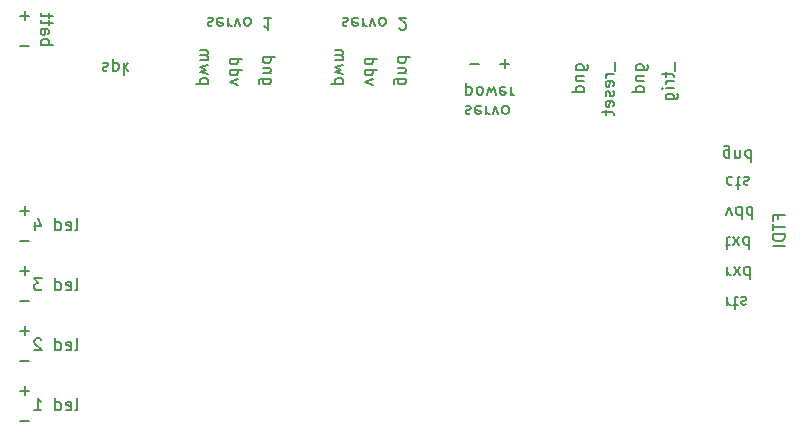
<source format=gbo>
G04 #@! TF.GenerationSoftware,KiCad,Pcbnew,8.0.9-8.0.9-0~ubuntu22.04.1*
G04 #@! TF.CreationDate,2025-03-10T17:04:53-04:00*
G04 #@! TF.ProjectId,sfx-202502,7366782d-3230-4323-9530-322e6b696361,rev?*
G04 #@! TF.SameCoordinates,Original*
G04 #@! TF.FileFunction,Legend,Bot*
G04 #@! TF.FilePolarity,Positive*
%FSLAX46Y46*%
G04 Gerber Fmt 4.6, Leading zero omitted, Abs format (unit mm)*
G04 Created by KiCad (PCBNEW 8.0.9-8.0.9-0~ubuntu22.04.1) date 2025-03-10 17:04:53*
%MOMM*%
%LPD*%
G01*
G04 APERTURE LIST*
%ADD10C,0.152400*%
%ADD11R,1.700000X1.700000*%
%ADD12O,1.700000X1.700000*%
%ADD13R,2.100000X2.100000*%
%ADD14C,2.100000*%
%ADD15C,3.500000*%
%ADD16C,1.778000*%
%ADD17C,1.700000*%
G04 APERTURE END LIST*
D10*
X123083689Y-74670735D02*
X123180451Y-74622355D01*
X123180451Y-74622355D02*
X123228832Y-74525593D01*
X123228832Y-74525593D02*
X123228832Y-73654735D01*
X122309594Y-74622355D02*
X122406356Y-74670735D01*
X122406356Y-74670735D02*
X122599880Y-74670735D01*
X122599880Y-74670735D02*
X122696642Y-74622355D01*
X122696642Y-74622355D02*
X122745023Y-74525593D01*
X122745023Y-74525593D02*
X122745023Y-74138545D01*
X122745023Y-74138545D02*
X122696642Y-74041783D01*
X122696642Y-74041783D02*
X122599880Y-73993402D01*
X122599880Y-73993402D02*
X122406356Y-73993402D01*
X122406356Y-73993402D02*
X122309594Y-74041783D01*
X122309594Y-74041783D02*
X122261213Y-74138545D01*
X122261213Y-74138545D02*
X122261213Y-74235307D01*
X122261213Y-74235307D02*
X122745023Y-74332069D01*
X121390356Y-74670735D02*
X121390356Y-73654735D01*
X121390356Y-74622355D02*
X121487118Y-74670735D01*
X121487118Y-74670735D02*
X121680642Y-74670735D01*
X121680642Y-74670735D02*
X121777404Y-74622355D01*
X121777404Y-74622355D02*
X121825785Y-74573974D01*
X121825785Y-74573974D02*
X121874166Y-74477212D01*
X121874166Y-74477212D02*
X121874166Y-74186926D01*
X121874166Y-74186926D02*
X121825785Y-74090164D01*
X121825785Y-74090164D02*
X121777404Y-74041783D01*
X121777404Y-74041783D02*
X121680642Y-73993402D01*
X121680642Y-73993402D02*
X121487118Y-73993402D01*
X121487118Y-73993402D02*
X121390356Y-74041783D01*
X120229214Y-73654735D02*
X119600261Y-73654735D01*
X119600261Y-73654735D02*
X119938928Y-74041783D01*
X119938928Y-74041783D02*
X119793785Y-74041783D01*
X119793785Y-74041783D02*
X119697023Y-74090164D01*
X119697023Y-74090164D02*
X119648642Y-74138545D01*
X119648642Y-74138545D02*
X119600261Y-74235307D01*
X119600261Y-74235307D02*
X119600261Y-74477212D01*
X119600261Y-74477212D02*
X119648642Y-74573974D01*
X119648642Y-74573974D02*
X119697023Y-74622355D01*
X119697023Y-74622355D02*
X119793785Y-74670735D01*
X119793785Y-74670735D02*
X120084071Y-74670735D01*
X120084071Y-74670735D02*
X120180833Y-74622355D01*
X120180833Y-74622355D02*
X120229214Y-74573974D01*
X173827497Y-55345263D02*
X173827497Y-56119358D01*
X173053402Y-56216119D02*
X173053402Y-56603167D01*
X172714735Y-56361262D02*
X173585593Y-56361262D01*
X173585593Y-56361262D02*
X173682355Y-56409643D01*
X173682355Y-56409643D02*
X173730735Y-56506405D01*
X173730735Y-56506405D02*
X173730735Y-56603167D01*
X173730735Y-56941833D02*
X173053402Y-56941833D01*
X173246926Y-56941833D02*
X173150164Y-56990214D01*
X173150164Y-56990214D02*
X173101783Y-57038595D01*
X173101783Y-57038595D02*
X173053402Y-57135357D01*
X173053402Y-57135357D02*
X173053402Y-57232119D01*
X173730735Y-57570785D02*
X173053402Y-57570785D01*
X172714735Y-57570785D02*
X172763116Y-57522404D01*
X172763116Y-57522404D02*
X172811497Y-57570785D01*
X172811497Y-57570785D02*
X172763116Y-57619166D01*
X172763116Y-57619166D02*
X172714735Y-57570785D01*
X172714735Y-57570785D02*
X172811497Y-57570785D01*
X173053402Y-58490024D02*
X173875878Y-58490024D01*
X173875878Y-58490024D02*
X173972640Y-58441643D01*
X173972640Y-58441643D02*
X174021021Y-58393262D01*
X174021021Y-58393262D02*
X174069402Y-58296500D01*
X174069402Y-58296500D02*
X174069402Y-58151357D01*
X174069402Y-58151357D02*
X174021021Y-58054595D01*
X173682355Y-58490024D02*
X173730735Y-58393262D01*
X173730735Y-58393262D02*
X173730735Y-58199738D01*
X173730735Y-58199738D02*
X173682355Y-58102976D01*
X173682355Y-58102976D02*
X173633974Y-58054595D01*
X173633974Y-58054595D02*
X173537212Y-58006214D01*
X173537212Y-58006214D02*
X173246926Y-58006214D01*
X173246926Y-58006214D02*
X173150164Y-58054595D01*
X173150164Y-58054595D02*
X173101783Y-58102976D01*
X173101783Y-58102976D02*
X173053402Y-58199738D01*
X173053402Y-58199738D02*
X173053402Y-58393262D01*
X173053402Y-58393262D02*
X173101783Y-58490024D01*
X119164832Y-73013688D02*
X118390737Y-73013688D01*
X118777784Y-73400735D02*
X118777784Y-72626640D01*
X182596545Y-68625834D02*
X182596545Y-68287167D01*
X183128735Y-68287167D02*
X182112735Y-68287167D01*
X182112735Y-68287167D02*
X182112735Y-68770977D01*
X182112735Y-69012881D02*
X182112735Y-69593453D01*
X183128735Y-69303167D02*
X182112735Y-69303167D01*
X183128735Y-69932119D02*
X182112735Y-69932119D01*
X182112735Y-69932119D02*
X182112735Y-70174024D01*
X182112735Y-70174024D02*
X182161116Y-70319167D01*
X182161116Y-70319167D02*
X182257878Y-70415929D01*
X182257878Y-70415929D02*
X182354640Y-70464310D01*
X182354640Y-70464310D02*
X182548164Y-70512691D01*
X182548164Y-70512691D02*
X182693307Y-70512691D01*
X182693307Y-70512691D02*
X182886831Y-70464310D01*
X182886831Y-70464310D02*
X182983593Y-70415929D01*
X182983593Y-70415929D02*
X183080355Y-70319167D01*
X183080355Y-70319167D02*
X183128735Y-70174024D01*
X183128735Y-70174024D02*
X183128735Y-69932119D01*
X183128735Y-70948119D02*
X182112735Y-70948119D01*
X148256597Y-57285594D02*
X147579264Y-57043689D01*
X147579264Y-57043689D02*
X148256597Y-56801784D01*
X147579264Y-55979308D02*
X148595264Y-55979308D01*
X147627645Y-55979308D02*
X147579264Y-56076070D01*
X147579264Y-56076070D02*
X147579264Y-56269594D01*
X147579264Y-56269594D02*
X147627645Y-56366356D01*
X147627645Y-56366356D02*
X147676025Y-56414737D01*
X147676025Y-56414737D02*
X147772787Y-56463118D01*
X147772787Y-56463118D02*
X148063073Y-56463118D01*
X148063073Y-56463118D02*
X148159835Y-56414737D01*
X148159835Y-56414737D02*
X148208216Y-56366356D01*
X148208216Y-56366356D02*
X148256597Y-56269594D01*
X148256597Y-56269594D02*
X148256597Y-56076070D01*
X148256597Y-56076070D02*
X148208216Y-55979308D01*
X147579264Y-55060070D02*
X148595264Y-55060070D01*
X147627645Y-55060070D02*
X147579264Y-55156832D01*
X147579264Y-55156832D02*
X147579264Y-55350356D01*
X147579264Y-55350356D02*
X147627645Y-55447118D01*
X147627645Y-55447118D02*
X147676025Y-55495499D01*
X147676025Y-55495499D02*
X147772787Y-55543880D01*
X147772787Y-55543880D02*
X148063073Y-55543880D01*
X148063073Y-55543880D02*
X148159835Y-55495499D01*
X148159835Y-55495499D02*
X148208216Y-55447118D01*
X148208216Y-55447118D02*
X148256597Y-55350356D01*
X148256597Y-55350356D02*
X148256597Y-55156832D01*
X148256597Y-55156832D02*
X148208216Y-55060070D01*
X134286597Y-57188832D02*
X133270597Y-57188832D01*
X134238216Y-57188832D02*
X134286597Y-57092070D01*
X134286597Y-57092070D02*
X134286597Y-56898546D01*
X134286597Y-56898546D02*
X134238216Y-56801784D01*
X134238216Y-56801784D02*
X134189835Y-56753403D01*
X134189835Y-56753403D02*
X134093073Y-56705022D01*
X134093073Y-56705022D02*
X133802787Y-56705022D01*
X133802787Y-56705022D02*
X133706025Y-56753403D01*
X133706025Y-56753403D02*
X133657645Y-56801784D01*
X133657645Y-56801784D02*
X133609264Y-56898546D01*
X133609264Y-56898546D02*
X133609264Y-57092070D01*
X133609264Y-57092070D02*
X133657645Y-57188832D01*
X134286597Y-56366356D02*
X133609264Y-56172832D01*
X133609264Y-56172832D02*
X134093073Y-55979308D01*
X134093073Y-55979308D02*
X133609264Y-55785784D01*
X133609264Y-55785784D02*
X134286597Y-55592260D01*
X133609264Y-55205213D02*
X134286597Y-55205213D01*
X134189835Y-55205213D02*
X134238216Y-55156832D01*
X134238216Y-55156832D02*
X134286597Y-55060070D01*
X134286597Y-55060070D02*
X134286597Y-54914927D01*
X134286597Y-54914927D02*
X134238216Y-54818165D01*
X134238216Y-54818165D02*
X134141454Y-54769784D01*
X134141454Y-54769784D02*
X133609264Y-54769784D01*
X134141454Y-54769784D02*
X134238216Y-54721403D01*
X134238216Y-54721403D02*
X134286597Y-54624641D01*
X134286597Y-54624641D02*
X134286597Y-54479498D01*
X134286597Y-54479498D02*
X134238216Y-54382737D01*
X134238216Y-54382737D02*
X134141454Y-54334356D01*
X134141454Y-54334356D02*
X133609264Y-54334356D01*
X159804832Y-55487688D02*
X159030737Y-55487688D01*
X159417784Y-55874735D02*
X159417784Y-55100640D01*
X136826597Y-57285594D02*
X136149264Y-57043689D01*
X136149264Y-57043689D02*
X136826597Y-56801784D01*
X136149264Y-55979308D02*
X137165264Y-55979308D01*
X136197645Y-55979308D02*
X136149264Y-56076070D01*
X136149264Y-56076070D02*
X136149264Y-56269594D01*
X136149264Y-56269594D02*
X136197645Y-56366356D01*
X136197645Y-56366356D02*
X136246025Y-56414737D01*
X136246025Y-56414737D02*
X136342787Y-56463118D01*
X136342787Y-56463118D02*
X136633073Y-56463118D01*
X136633073Y-56463118D02*
X136729835Y-56414737D01*
X136729835Y-56414737D02*
X136778216Y-56366356D01*
X136778216Y-56366356D02*
X136826597Y-56269594D01*
X136826597Y-56269594D02*
X136826597Y-56076070D01*
X136826597Y-56076070D02*
X136778216Y-55979308D01*
X136149264Y-55060070D02*
X137165264Y-55060070D01*
X136197645Y-55060070D02*
X136149264Y-55156832D01*
X136149264Y-55156832D02*
X136149264Y-55350356D01*
X136149264Y-55350356D02*
X136197645Y-55447118D01*
X136197645Y-55447118D02*
X136246025Y-55495499D01*
X136246025Y-55495499D02*
X136342787Y-55543880D01*
X136342787Y-55543880D02*
X136633073Y-55543880D01*
X136633073Y-55543880D02*
X136729835Y-55495499D01*
X136729835Y-55495499D02*
X136778216Y-55447118D01*
X136778216Y-55447118D02*
X136826597Y-55350356D01*
X136826597Y-55350356D02*
X136826597Y-55156832D01*
X136826597Y-55156832D02*
X136778216Y-55060070D01*
X178124024Y-70786597D02*
X178511072Y-70786597D01*
X178269167Y-71125264D02*
X178269167Y-70254406D01*
X178269167Y-70254406D02*
X178317548Y-70157645D01*
X178317548Y-70157645D02*
X178414310Y-70109264D01*
X178414310Y-70109264D02*
X178511072Y-70109264D01*
X178752976Y-70109264D02*
X179285167Y-70786597D01*
X178752976Y-70786597D02*
X179285167Y-70109264D01*
X180107643Y-70109264D02*
X180107643Y-71125264D01*
X180107643Y-70157645D02*
X180010881Y-70109264D01*
X180010881Y-70109264D02*
X179817357Y-70109264D01*
X179817357Y-70109264D02*
X179720595Y-70157645D01*
X179720595Y-70157645D02*
X179672214Y-70206025D01*
X179672214Y-70206025D02*
X179623833Y-70302787D01*
X179623833Y-70302787D02*
X179623833Y-70593073D01*
X179623833Y-70593073D02*
X179672214Y-70689835D01*
X179672214Y-70689835D02*
X179720595Y-70738216D01*
X179720595Y-70738216D02*
X179817357Y-70786597D01*
X179817357Y-70786597D02*
X180010881Y-70786597D01*
X180010881Y-70786597D02*
X180107643Y-70738216D01*
X119164832Y-75553688D02*
X118390737Y-75553688D01*
X123083689Y-79750735D02*
X123180451Y-79702355D01*
X123180451Y-79702355D02*
X123228832Y-79605593D01*
X123228832Y-79605593D02*
X123228832Y-78734735D01*
X122309594Y-79702355D02*
X122406356Y-79750735D01*
X122406356Y-79750735D02*
X122599880Y-79750735D01*
X122599880Y-79750735D02*
X122696642Y-79702355D01*
X122696642Y-79702355D02*
X122745023Y-79605593D01*
X122745023Y-79605593D02*
X122745023Y-79218545D01*
X122745023Y-79218545D02*
X122696642Y-79121783D01*
X122696642Y-79121783D02*
X122599880Y-79073402D01*
X122599880Y-79073402D02*
X122406356Y-79073402D01*
X122406356Y-79073402D02*
X122309594Y-79121783D01*
X122309594Y-79121783D02*
X122261213Y-79218545D01*
X122261213Y-79218545D02*
X122261213Y-79315307D01*
X122261213Y-79315307D02*
X122745023Y-79412069D01*
X121390356Y-79750735D02*
X121390356Y-78734735D01*
X121390356Y-79702355D02*
X121487118Y-79750735D01*
X121487118Y-79750735D02*
X121680642Y-79750735D01*
X121680642Y-79750735D02*
X121777404Y-79702355D01*
X121777404Y-79702355D02*
X121825785Y-79653974D01*
X121825785Y-79653974D02*
X121874166Y-79557212D01*
X121874166Y-79557212D02*
X121874166Y-79266926D01*
X121874166Y-79266926D02*
X121825785Y-79170164D01*
X121825785Y-79170164D02*
X121777404Y-79121783D01*
X121777404Y-79121783D02*
X121680642Y-79073402D01*
X121680642Y-79073402D02*
X121487118Y-79073402D01*
X121487118Y-79073402D02*
X121390356Y-79121783D01*
X120180833Y-78831497D02*
X120132452Y-78783116D01*
X120132452Y-78783116D02*
X120035690Y-78734735D01*
X120035690Y-78734735D02*
X119793785Y-78734735D01*
X119793785Y-78734735D02*
X119697023Y-78783116D01*
X119697023Y-78783116D02*
X119648642Y-78831497D01*
X119648642Y-78831497D02*
X119600261Y-78928259D01*
X119600261Y-78928259D02*
X119600261Y-79025021D01*
X119600261Y-79025021D02*
X119648642Y-79170164D01*
X119648642Y-79170164D02*
X120229214Y-79750735D01*
X120229214Y-79750735D02*
X119600261Y-79750735D01*
X119164832Y-78093688D02*
X118390737Y-78093688D01*
X118777784Y-78480735D02*
X118777784Y-77706640D01*
X145708786Y-51615645D02*
X145805548Y-51567264D01*
X145805548Y-51567264D02*
X145999072Y-51567264D01*
X145999072Y-51567264D02*
X146095834Y-51615645D01*
X146095834Y-51615645D02*
X146144215Y-51712406D01*
X146144215Y-51712406D02*
X146144215Y-51760787D01*
X146144215Y-51760787D02*
X146095834Y-51857549D01*
X146095834Y-51857549D02*
X145999072Y-51905930D01*
X145999072Y-51905930D02*
X145853929Y-51905930D01*
X145853929Y-51905930D02*
X145757167Y-51954311D01*
X145757167Y-51954311D02*
X145708786Y-52051073D01*
X145708786Y-52051073D02*
X145708786Y-52099454D01*
X145708786Y-52099454D02*
X145757167Y-52196216D01*
X145757167Y-52196216D02*
X145853929Y-52244597D01*
X145853929Y-52244597D02*
X145999072Y-52244597D01*
X145999072Y-52244597D02*
X146095834Y-52196216D01*
X146966691Y-51615645D02*
X146869929Y-51567264D01*
X146869929Y-51567264D02*
X146676405Y-51567264D01*
X146676405Y-51567264D02*
X146579643Y-51615645D01*
X146579643Y-51615645D02*
X146531262Y-51712406D01*
X146531262Y-51712406D02*
X146531262Y-52099454D01*
X146531262Y-52099454D02*
X146579643Y-52196216D01*
X146579643Y-52196216D02*
X146676405Y-52244597D01*
X146676405Y-52244597D02*
X146869929Y-52244597D01*
X146869929Y-52244597D02*
X146966691Y-52196216D01*
X146966691Y-52196216D02*
X147015072Y-52099454D01*
X147015072Y-52099454D02*
X147015072Y-52002692D01*
X147015072Y-52002692D02*
X146531262Y-51905930D01*
X147450500Y-51567264D02*
X147450500Y-52244597D01*
X147450500Y-52051073D02*
X147498881Y-52147835D01*
X147498881Y-52147835D02*
X147547262Y-52196216D01*
X147547262Y-52196216D02*
X147644024Y-52244597D01*
X147644024Y-52244597D02*
X147740786Y-52244597D01*
X147982690Y-52244597D02*
X148224595Y-51567264D01*
X148224595Y-51567264D02*
X148466500Y-52244597D01*
X148998690Y-51567264D02*
X148901928Y-51615645D01*
X148901928Y-51615645D02*
X148853547Y-51664025D01*
X148853547Y-51664025D02*
X148805166Y-51760787D01*
X148805166Y-51760787D02*
X148805166Y-52051073D01*
X148805166Y-52051073D02*
X148853547Y-52147835D01*
X148853547Y-52147835D02*
X148901928Y-52196216D01*
X148901928Y-52196216D02*
X148998690Y-52244597D01*
X148998690Y-52244597D02*
X149143833Y-52244597D01*
X149143833Y-52244597D02*
X149240595Y-52196216D01*
X149240595Y-52196216D02*
X149288976Y-52147835D01*
X149288976Y-52147835D02*
X149337357Y-52051073D01*
X149337357Y-52051073D02*
X149337357Y-51760787D01*
X149337357Y-51760787D02*
X149288976Y-51664025D01*
X149288976Y-51664025D02*
X149240595Y-51615645D01*
X149240595Y-51615645D02*
X149143833Y-51567264D01*
X149143833Y-51567264D02*
X148998690Y-51567264D01*
X150498499Y-52486502D02*
X150546880Y-52534883D01*
X150546880Y-52534883D02*
X150643642Y-52583264D01*
X150643642Y-52583264D02*
X150885547Y-52583264D01*
X150885547Y-52583264D02*
X150982309Y-52534883D01*
X150982309Y-52534883D02*
X151030690Y-52486502D01*
X151030690Y-52486502D02*
X151079071Y-52389740D01*
X151079071Y-52389740D02*
X151079071Y-52292978D01*
X151079071Y-52292978D02*
X151030690Y-52147835D01*
X151030690Y-52147835D02*
X150450118Y-51567264D01*
X150450118Y-51567264D02*
X151079071Y-51567264D01*
X170513402Y-56022596D02*
X171335878Y-56022596D01*
X171335878Y-56022596D02*
X171432640Y-55974215D01*
X171432640Y-55974215D02*
X171481021Y-55925834D01*
X171481021Y-55925834D02*
X171529402Y-55829072D01*
X171529402Y-55829072D02*
X171529402Y-55683929D01*
X171529402Y-55683929D02*
X171481021Y-55587167D01*
X171142355Y-56022596D02*
X171190735Y-55925834D01*
X171190735Y-55925834D02*
X171190735Y-55732310D01*
X171190735Y-55732310D02*
X171142355Y-55635548D01*
X171142355Y-55635548D02*
X171093974Y-55587167D01*
X171093974Y-55587167D02*
X170997212Y-55538786D01*
X170997212Y-55538786D02*
X170706926Y-55538786D01*
X170706926Y-55538786D02*
X170610164Y-55587167D01*
X170610164Y-55587167D02*
X170561783Y-55635548D01*
X170561783Y-55635548D02*
X170513402Y-55732310D01*
X170513402Y-55732310D02*
X170513402Y-55925834D01*
X170513402Y-55925834D02*
X170561783Y-56022596D01*
X170513402Y-56506405D02*
X171190735Y-56506405D01*
X170610164Y-56506405D02*
X170561783Y-56554786D01*
X170561783Y-56554786D02*
X170513402Y-56651548D01*
X170513402Y-56651548D02*
X170513402Y-56796691D01*
X170513402Y-56796691D02*
X170561783Y-56893453D01*
X170561783Y-56893453D02*
X170658545Y-56941834D01*
X170658545Y-56941834D02*
X171190735Y-56941834D01*
X171190735Y-57861072D02*
X170174735Y-57861072D01*
X171142355Y-57861072D02*
X171190735Y-57764310D01*
X171190735Y-57764310D02*
X171190735Y-57570786D01*
X171190735Y-57570786D02*
X171142355Y-57474024D01*
X171142355Y-57474024D02*
X171093974Y-57425643D01*
X171093974Y-57425643D02*
X170997212Y-57377262D01*
X170997212Y-57377262D02*
X170706926Y-57377262D01*
X170706926Y-57377262D02*
X170610164Y-57425643D01*
X170610164Y-57425643D02*
X170561783Y-57474024D01*
X170561783Y-57474024D02*
X170513402Y-57570786D01*
X170513402Y-57570786D02*
X170513402Y-57764310D01*
X170513402Y-57764310D02*
X170561783Y-57861072D01*
X119164832Y-70473688D02*
X118390737Y-70473688D01*
X134278786Y-51615645D02*
X134375548Y-51567264D01*
X134375548Y-51567264D02*
X134569072Y-51567264D01*
X134569072Y-51567264D02*
X134665834Y-51615645D01*
X134665834Y-51615645D02*
X134714215Y-51712406D01*
X134714215Y-51712406D02*
X134714215Y-51760787D01*
X134714215Y-51760787D02*
X134665834Y-51857549D01*
X134665834Y-51857549D02*
X134569072Y-51905930D01*
X134569072Y-51905930D02*
X134423929Y-51905930D01*
X134423929Y-51905930D02*
X134327167Y-51954311D01*
X134327167Y-51954311D02*
X134278786Y-52051073D01*
X134278786Y-52051073D02*
X134278786Y-52099454D01*
X134278786Y-52099454D02*
X134327167Y-52196216D01*
X134327167Y-52196216D02*
X134423929Y-52244597D01*
X134423929Y-52244597D02*
X134569072Y-52244597D01*
X134569072Y-52244597D02*
X134665834Y-52196216D01*
X135536691Y-51615645D02*
X135439929Y-51567264D01*
X135439929Y-51567264D02*
X135246405Y-51567264D01*
X135246405Y-51567264D02*
X135149643Y-51615645D01*
X135149643Y-51615645D02*
X135101262Y-51712406D01*
X135101262Y-51712406D02*
X135101262Y-52099454D01*
X135101262Y-52099454D02*
X135149643Y-52196216D01*
X135149643Y-52196216D02*
X135246405Y-52244597D01*
X135246405Y-52244597D02*
X135439929Y-52244597D01*
X135439929Y-52244597D02*
X135536691Y-52196216D01*
X135536691Y-52196216D02*
X135585072Y-52099454D01*
X135585072Y-52099454D02*
X135585072Y-52002692D01*
X135585072Y-52002692D02*
X135101262Y-51905930D01*
X136020500Y-51567264D02*
X136020500Y-52244597D01*
X136020500Y-52051073D02*
X136068881Y-52147835D01*
X136068881Y-52147835D02*
X136117262Y-52196216D01*
X136117262Y-52196216D02*
X136214024Y-52244597D01*
X136214024Y-52244597D02*
X136310786Y-52244597D01*
X136552690Y-52244597D02*
X136794595Y-51567264D01*
X136794595Y-51567264D02*
X137036500Y-52244597D01*
X137568690Y-51567264D02*
X137471928Y-51615645D01*
X137471928Y-51615645D02*
X137423547Y-51664025D01*
X137423547Y-51664025D02*
X137375166Y-51760787D01*
X137375166Y-51760787D02*
X137375166Y-52051073D01*
X137375166Y-52051073D02*
X137423547Y-52147835D01*
X137423547Y-52147835D02*
X137471928Y-52196216D01*
X137471928Y-52196216D02*
X137568690Y-52244597D01*
X137568690Y-52244597D02*
X137713833Y-52244597D01*
X137713833Y-52244597D02*
X137810595Y-52196216D01*
X137810595Y-52196216D02*
X137858976Y-52147835D01*
X137858976Y-52147835D02*
X137907357Y-52051073D01*
X137907357Y-52051073D02*
X137907357Y-51760787D01*
X137907357Y-51760787D02*
X137858976Y-51664025D01*
X137858976Y-51664025D02*
X137810595Y-51615645D01*
X137810595Y-51615645D02*
X137713833Y-51567264D01*
X137713833Y-51567264D02*
X137568690Y-51567264D01*
X139649071Y-51567264D02*
X139068499Y-51567264D01*
X139358785Y-51567264D02*
X139358785Y-52583264D01*
X139358785Y-52583264D02*
X139262023Y-52438121D01*
X139262023Y-52438121D02*
X139165261Y-52341359D01*
X139165261Y-52341359D02*
X139068499Y-52292978D01*
X139620597Y-56753403D02*
X138798121Y-56753403D01*
X138798121Y-56753403D02*
X138701359Y-56801784D01*
X138701359Y-56801784D02*
X138652978Y-56850165D01*
X138652978Y-56850165D02*
X138604597Y-56946927D01*
X138604597Y-56946927D02*
X138604597Y-57092070D01*
X138604597Y-57092070D02*
X138652978Y-57188832D01*
X138991645Y-56753403D02*
X138943264Y-56850165D01*
X138943264Y-56850165D02*
X138943264Y-57043689D01*
X138943264Y-57043689D02*
X138991645Y-57140451D01*
X138991645Y-57140451D02*
X139040025Y-57188832D01*
X139040025Y-57188832D02*
X139136787Y-57237213D01*
X139136787Y-57237213D02*
X139427073Y-57237213D01*
X139427073Y-57237213D02*
X139523835Y-57188832D01*
X139523835Y-57188832D02*
X139572216Y-57140451D01*
X139572216Y-57140451D02*
X139620597Y-57043689D01*
X139620597Y-57043689D02*
X139620597Y-56850165D01*
X139620597Y-56850165D02*
X139572216Y-56753403D01*
X139620597Y-56269594D02*
X138943264Y-56269594D01*
X139523835Y-56269594D02*
X139572216Y-56221213D01*
X139572216Y-56221213D02*
X139620597Y-56124451D01*
X139620597Y-56124451D02*
X139620597Y-55979308D01*
X139620597Y-55979308D02*
X139572216Y-55882546D01*
X139572216Y-55882546D02*
X139475454Y-55834165D01*
X139475454Y-55834165D02*
X138943264Y-55834165D01*
X138943264Y-54914927D02*
X139959264Y-54914927D01*
X138991645Y-54914927D02*
X138943264Y-55011689D01*
X138943264Y-55011689D02*
X138943264Y-55205213D01*
X138943264Y-55205213D02*
X138991645Y-55301975D01*
X138991645Y-55301975D02*
X139040025Y-55350356D01*
X139040025Y-55350356D02*
X139136787Y-55398737D01*
X139136787Y-55398737D02*
X139427073Y-55398737D01*
X139427073Y-55398737D02*
X139523835Y-55350356D01*
X139523835Y-55350356D02*
X139572216Y-55301975D01*
X139572216Y-55301975D02*
X139620597Y-55205213D01*
X139620597Y-55205213D02*
X139620597Y-55011689D01*
X139620597Y-55011689D02*
X139572216Y-54914927D01*
X165433402Y-56022596D02*
X166255878Y-56022596D01*
X166255878Y-56022596D02*
X166352640Y-55974215D01*
X166352640Y-55974215D02*
X166401021Y-55925834D01*
X166401021Y-55925834D02*
X166449402Y-55829072D01*
X166449402Y-55829072D02*
X166449402Y-55683929D01*
X166449402Y-55683929D02*
X166401021Y-55587167D01*
X166062355Y-56022596D02*
X166110735Y-55925834D01*
X166110735Y-55925834D02*
X166110735Y-55732310D01*
X166110735Y-55732310D02*
X166062355Y-55635548D01*
X166062355Y-55635548D02*
X166013974Y-55587167D01*
X166013974Y-55587167D02*
X165917212Y-55538786D01*
X165917212Y-55538786D02*
X165626926Y-55538786D01*
X165626926Y-55538786D02*
X165530164Y-55587167D01*
X165530164Y-55587167D02*
X165481783Y-55635548D01*
X165481783Y-55635548D02*
X165433402Y-55732310D01*
X165433402Y-55732310D02*
X165433402Y-55925834D01*
X165433402Y-55925834D02*
X165481783Y-56022596D01*
X165433402Y-56506405D02*
X166110735Y-56506405D01*
X165530164Y-56506405D02*
X165481783Y-56554786D01*
X165481783Y-56554786D02*
X165433402Y-56651548D01*
X165433402Y-56651548D02*
X165433402Y-56796691D01*
X165433402Y-56796691D02*
X165481783Y-56893453D01*
X165481783Y-56893453D02*
X165578545Y-56941834D01*
X165578545Y-56941834D02*
X166110735Y-56941834D01*
X166110735Y-57861072D02*
X165094735Y-57861072D01*
X166062355Y-57861072D02*
X166110735Y-57764310D01*
X166110735Y-57764310D02*
X166110735Y-57570786D01*
X166110735Y-57570786D02*
X166062355Y-57474024D01*
X166062355Y-57474024D02*
X166013974Y-57425643D01*
X166013974Y-57425643D02*
X165917212Y-57377262D01*
X165917212Y-57377262D02*
X165626926Y-57377262D01*
X165626926Y-57377262D02*
X165530164Y-57425643D01*
X165530164Y-57425643D02*
X165481783Y-57474024D01*
X165481783Y-57474024D02*
X165433402Y-57570786D01*
X165433402Y-57570786D02*
X165433402Y-57764310D01*
X165433402Y-57764310D02*
X165481783Y-57861072D01*
X125388786Y-55425645D02*
X125485548Y-55377264D01*
X125485548Y-55377264D02*
X125679072Y-55377264D01*
X125679072Y-55377264D02*
X125775834Y-55425645D01*
X125775834Y-55425645D02*
X125824215Y-55522406D01*
X125824215Y-55522406D02*
X125824215Y-55570787D01*
X125824215Y-55570787D02*
X125775834Y-55667549D01*
X125775834Y-55667549D02*
X125679072Y-55715930D01*
X125679072Y-55715930D02*
X125533929Y-55715930D01*
X125533929Y-55715930D02*
X125437167Y-55764311D01*
X125437167Y-55764311D02*
X125388786Y-55861073D01*
X125388786Y-55861073D02*
X125388786Y-55909454D01*
X125388786Y-55909454D02*
X125437167Y-56006216D01*
X125437167Y-56006216D02*
X125533929Y-56054597D01*
X125533929Y-56054597D02*
X125679072Y-56054597D01*
X125679072Y-56054597D02*
X125775834Y-56006216D01*
X126259643Y-56054597D02*
X126259643Y-55038597D01*
X126259643Y-56006216D02*
X126356405Y-56054597D01*
X126356405Y-56054597D02*
X126549929Y-56054597D01*
X126549929Y-56054597D02*
X126646691Y-56006216D01*
X126646691Y-56006216D02*
X126695072Y-55957835D01*
X126695072Y-55957835D02*
X126743453Y-55861073D01*
X126743453Y-55861073D02*
X126743453Y-55570787D01*
X126743453Y-55570787D02*
X126695072Y-55474025D01*
X126695072Y-55474025D02*
X126646691Y-55425645D01*
X126646691Y-55425645D02*
X126549929Y-55377264D01*
X126549929Y-55377264D02*
X126356405Y-55377264D01*
X126356405Y-55377264D02*
X126259643Y-55425645D01*
X127178881Y-55377264D02*
X127178881Y-56393264D01*
X127275643Y-55764311D02*
X127565929Y-55377264D01*
X127565929Y-56054597D02*
X127178881Y-55667549D01*
X151050597Y-56753403D02*
X150228121Y-56753403D01*
X150228121Y-56753403D02*
X150131359Y-56801784D01*
X150131359Y-56801784D02*
X150082978Y-56850165D01*
X150082978Y-56850165D02*
X150034597Y-56946927D01*
X150034597Y-56946927D02*
X150034597Y-57092070D01*
X150034597Y-57092070D02*
X150082978Y-57188832D01*
X150421645Y-56753403D02*
X150373264Y-56850165D01*
X150373264Y-56850165D02*
X150373264Y-57043689D01*
X150373264Y-57043689D02*
X150421645Y-57140451D01*
X150421645Y-57140451D02*
X150470025Y-57188832D01*
X150470025Y-57188832D02*
X150566787Y-57237213D01*
X150566787Y-57237213D02*
X150857073Y-57237213D01*
X150857073Y-57237213D02*
X150953835Y-57188832D01*
X150953835Y-57188832D02*
X151002216Y-57140451D01*
X151002216Y-57140451D02*
X151050597Y-57043689D01*
X151050597Y-57043689D02*
X151050597Y-56850165D01*
X151050597Y-56850165D02*
X151002216Y-56753403D01*
X151050597Y-56269594D02*
X150373264Y-56269594D01*
X150953835Y-56269594D02*
X151002216Y-56221213D01*
X151002216Y-56221213D02*
X151050597Y-56124451D01*
X151050597Y-56124451D02*
X151050597Y-55979308D01*
X151050597Y-55979308D02*
X151002216Y-55882546D01*
X151002216Y-55882546D02*
X150905454Y-55834165D01*
X150905454Y-55834165D02*
X150373264Y-55834165D01*
X150373264Y-54914927D02*
X151389264Y-54914927D01*
X150421645Y-54914927D02*
X150373264Y-55011689D01*
X150373264Y-55011689D02*
X150373264Y-55205213D01*
X150373264Y-55205213D02*
X150421645Y-55301975D01*
X150421645Y-55301975D02*
X150470025Y-55350356D01*
X150470025Y-55350356D02*
X150566787Y-55398737D01*
X150566787Y-55398737D02*
X150857073Y-55398737D01*
X150857073Y-55398737D02*
X150953835Y-55350356D01*
X150953835Y-55350356D02*
X151002216Y-55301975D01*
X151002216Y-55301975D02*
X151050597Y-55205213D01*
X151050597Y-55205213D02*
X151050597Y-55011689D01*
X151050597Y-55011689D02*
X151002216Y-54914927D01*
X178269167Y-72649264D02*
X178269167Y-73326597D01*
X178269167Y-73133073D02*
X178317548Y-73229835D01*
X178317548Y-73229835D02*
X178365929Y-73278216D01*
X178365929Y-73278216D02*
X178462691Y-73326597D01*
X178462691Y-73326597D02*
X178559453Y-73326597D01*
X178801357Y-72649264D02*
X179333548Y-73326597D01*
X178801357Y-73326597D02*
X179333548Y-72649264D01*
X180156024Y-72649264D02*
X180156024Y-73665264D01*
X180156024Y-72697645D02*
X180059262Y-72649264D01*
X180059262Y-72649264D02*
X179865738Y-72649264D01*
X179865738Y-72649264D02*
X179768976Y-72697645D01*
X179768976Y-72697645D02*
X179720595Y-72746025D01*
X179720595Y-72746025D02*
X179672214Y-72842787D01*
X179672214Y-72842787D02*
X179672214Y-73133073D01*
X179672214Y-73133073D02*
X179720595Y-73229835D01*
X179720595Y-73229835D02*
X179768976Y-73278216D01*
X179768976Y-73278216D02*
X179865738Y-73326597D01*
X179865738Y-73326597D02*
X180059262Y-73326597D01*
X180059262Y-73326597D02*
X180156024Y-73278216D01*
X178450596Y-63420597D02*
X178450596Y-62598121D01*
X178450596Y-62598121D02*
X178402215Y-62501359D01*
X178402215Y-62501359D02*
X178353834Y-62452978D01*
X178353834Y-62452978D02*
X178257072Y-62404597D01*
X178257072Y-62404597D02*
X178111929Y-62404597D01*
X178111929Y-62404597D02*
X178015167Y-62452978D01*
X178450596Y-62791645D02*
X178353834Y-62743264D01*
X178353834Y-62743264D02*
X178160310Y-62743264D01*
X178160310Y-62743264D02*
X178063548Y-62791645D01*
X178063548Y-62791645D02*
X178015167Y-62840025D01*
X178015167Y-62840025D02*
X177966786Y-62936787D01*
X177966786Y-62936787D02*
X177966786Y-63227073D01*
X177966786Y-63227073D02*
X178015167Y-63323835D01*
X178015167Y-63323835D02*
X178063548Y-63372216D01*
X178063548Y-63372216D02*
X178160310Y-63420597D01*
X178160310Y-63420597D02*
X178353834Y-63420597D01*
X178353834Y-63420597D02*
X178450596Y-63372216D01*
X178934405Y-63420597D02*
X178934405Y-62743264D01*
X178934405Y-63323835D02*
X178982786Y-63372216D01*
X178982786Y-63372216D02*
X179079548Y-63420597D01*
X179079548Y-63420597D02*
X179224691Y-63420597D01*
X179224691Y-63420597D02*
X179321453Y-63372216D01*
X179321453Y-63372216D02*
X179369834Y-63275454D01*
X179369834Y-63275454D02*
X179369834Y-62743264D01*
X180289072Y-62743264D02*
X180289072Y-63759264D01*
X180289072Y-62791645D02*
X180192310Y-62743264D01*
X180192310Y-62743264D02*
X179998786Y-62743264D01*
X179998786Y-62743264D02*
X179902024Y-62791645D01*
X179902024Y-62791645D02*
X179853643Y-62840025D01*
X179853643Y-62840025D02*
X179805262Y-62936787D01*
X179805262Y-62936787D02*
X179805262Y-63227073D01*
X179805262Y-63227073D02*
X179853643Y-63323835D01*
X179853643Y-63323835D02*
X179902024Y-63372216D01*
X179902024Y-63372216D02*
X179998786Y-63420597D01*
X179998786Y-63420597D02*
X180192310Y-63420597D01*
X180192310Y-63420597D02*
X180289072Y-63372216D01*
X119164832Y-53963688D02*
X118390737Y-53963688D01*
X178704596Y-65077645D02*
X178607834Y-65029264D01*
X178607834Y-65029264D02*
X178414310Y-65029264D01*
X178414310Y-65029264D02*
X178317548Y-65077645D01*
X178317548Y-65077645D02*
X178269167Y-65126025D01*
X178269167Y-65126025D02*
X178220786Y-65222787D01*
X178220786Y-65222787D02*
X178220786Y-65513073D01*
X178220786Y-65513073D02*
X178269167Y-65609835D01*
X178269167Y-65609835D02*
X178317548Y-65658216D01*
X178317548Y-65658216D02*
X178414310Y-65706597D01*
X178414310Y-65706597D02*
X178607834Y-65706597D01*
X178607834Y-65706597D02*
X178704596Y-65658216D01*
X178994881Y-65706597D02*
X179381929Y-65706597D01*
X179140024Y-66045264D02*
X179140024Y-65174406D01*
X179140024Y-65174406D02*
X179188405Y-65077645D01*
X179188405Y-65077645D02*
X179285167Y-65029264D01*
X179285167Y-65029264D02*
X179381929Y-65029264D01*
X179672214Y-65077645D02*
X179768976Y-65029264D01*
X179768976Y-65029264D02*
X179962500Y-65029264D01*
X179962500Y-65029264D02*
X180059262Y-65077645D01*
X180059262Y-65077645D02*
X180107643Y-65174406D01*
X180107643Y-65174406D02*
X180107643Y-65222787D01*
X180107643Y-65222787D02*
X180059262Y-65319549D01*
X180059262Y-65319549D02*
X179962500Y-65367930D01*
X179962500Y-65367930D02*
X179817357Y-65367930D01*
X179817357Y-65367930D02*
X179720595Y-65416311D01*
X179720595Y-65416311D02*
X179672214Y-65513073D01*
X179672214Y-65513073D02*
X179672214Y-65561454D01*
X179672214Y-65561454D02*
X179720595Y-65658216D01*
X179720595Y-65658216D02*
X179817357Y-65706597D01*
X179817357Y-65706597D02*
X179962500Y-65706597D01*
X179962500Y-65706597D02*
X180059262Y-65658216D01*
X145716597Y-57188832D02*
X144700597Y-57188832D01*
X145668216Y-57188832D02*
X145716597Y-57092070D01*
X145716597Y-57092070D02*
X145716597Y-56898546D01*
X145716597Y-56898546D02*
X145668216Y-56801784D01*
X145668216Y-56801784D02*
X145619835Y-56753403D01*
X145619835Y-56753403D02*
X145523073Y-56705022D01*
X145523073Y-56705022D02*
X145232787Y-56705022D01*
X145232787Y-56705022D02*
X145136025Y-56753403D01*
X145136025Y-56753403D02*
X145087645Y-56801784D01*
X145087645Y-56801784D02*
X145039264Y-56898546D01*
X145039264Y-56898546D02*
X145039264Y-57092070D01*
X145039264Y-57092070D02*
X145087645Y-57188832D01*
X145716597Y-56366356D02*
X145039264Y-56172832D01*
X145039264Y-56172832D02*
X145523073Y-55979308D01*
X145523073Y-55979308D02*
X145039264Y-55785784D01*
X145039264Y-55785784D02*
X145716597Y-55592260D01*
X145039264Y-55205213D02*
X145716597Y-55205213D01*
X145619835Y-55205213D02*
X145668216Y-55156832D01*
X145668216Y-55156832D02*
X145716597Y-55060070D01*
X145716597Y-55060070D02*
X145716597Y-54914927D01*
X145716597Y-54914927D02*
X145668216Y-54818165D01*
X145668216Y-54818165D02*
X145571454Y-54769784D01*
X145571454Y-54769784D02*
X145039264Y-54769784D01*
X145571454Y-54769784D02*
X145668216Y-54721403D01*
X145668216Y-54721403D02*
X145716597Y-54624641D01*
X145716597Y-54624641D02*
X145716597Y-54479498D01*
X145716597Y-54479498D02*
X145668216Y-54382737D01*
X145668216Y-54382737D02*
X145571454Y-54334356D01*
X145571454Y-54334356D02*
X145039264Y-54334356D01*
X123083689Y-84830735D02*
X123180451Y-84782355D01*
X123180451Y-84782355D02*
X123228832Y-84685593D01*
X123228832Y-84685593D02*
X123228832Y-83814735D01*
X122309594Y-84782355D02*
X122406356Y-84830735D01*
X122406356Y-84830735D02*
X122599880Y-84830735D01*
X122599880Y-84830735D02*
X122696642Y-84782355D01*
X122696642Y-84782355D02*
X122745023Y-84685593D01*
X122745023Y-84685593D02*
X122745023Y-84298545D01*
X122745023Y-84298545D02*
X122696642Y-84201783D01*
X122696642Y-84201783D02*
X122599880Y-84153402D01*
X122599880Y-84153402D02*
X122406356Y-84153402D01*
X122406356Y-84153402D02*
X122309594Y-84201783D01*
X122309594Y-84201783D02*
X122261213Y-84298545D01*
X122261213Y-84298545D02*
X122261213Y-84395307D01*
X122261213Y-84395307D02*
X122745023Y-84492069D01*
X121390356Y-84830735D02*
X121390356Y-83814735D01*
X121390356Y-84782355D02*
X121487118Y-84830735D01*
X121487118Y-84830735D02*
X121680642Y-84830735D01*
X121680642Y-84830735D02*
X121777404Y-84782355D01*
X121777404Y-84782355D02*
X121825785Y-84733974D01*
X121825785Y-84733974D02*
X121874166Y-84637212D01*
X121874166Y-84637212D02*
X121874166Y-84346926D01*
X121874166Y-84346926D02*
X121825785Y-84250164D01*
X121825785Y-84250164D02*
X121777404Y-84201783D01*
X121777404Y-84201783D02*
X121680642Y-84153402D01*
X121680642Y-84153402D02*
X121487118Y-84153402D01*
X121487118Y-84153402D02*
X121390356Y-84201783D01*
X119600261Y-84830735D02*
X120180833Y-84830735D01*
X119890547Y-84830735D02*
X119890547Y-83814735D01*
X119890547Y-83814735D02*
X119987309Y-83959878D01*
X119987309Y-83959878D02*
X120084071Y-84056640D01*
X120084071Y-84056640D02*
X120180833Y-84105021D01*
X156122786Y-59093348D02*
X156219548Y-59044967D01*
X156219548Y-59044967D02*
X156413072Y-59044967D01*
X156413072Y-59044967D02*
X156509834Y-59093348D01*
X156509834Y-59093348D02*
X156558215Y-59190109D01*
X156558215Y-59190109D02*
X156558215Y-59238490D01*
X156558215Y-59238490D02*
X156509834Y-59335252D01*
X156509834Y-59335252D02*
X156413072Y-59383633D01*
X156413072Y-59383633D02*
X156267929Y-59383633D01*
X156267929Y-59383633D02*
X156171167Y-59432014D01*
X156171167Y-59432014D02*
X156122786Y-59528776D01*
X156122786Y-59528776D02*
X156122786Y-59577157D01*
X156122786Y-59577157D02*
X156171167Y-59673919D01*
X156171167Y-59673919D02*
X156267929Y-59722300D01*
X156267929Y-59722300D02*
X156413072Y-59722300D01*
X156413072Y-59722300D02*
X156509834Y-59673919D01*
X157380691Y-59093348D02*
X157283929Y-59044967D01*
X157283929Y-59044967D02*
X157090405Y-59044967D01*
X157090405Y-59044967D02*
X156993643Y-59093348D01*
X156993643Y-59093348D02*
X156945262Y-59190109D01*
X156945262Y-59190109D02*
X156945262Y-59577157D01*
X156945262Y-59577157D02*
X156993643Y-59673919D01*
X156993643Y-59673919D02*
X157090405Y-59722300D01*
X157090405Y-59722300D02*
X157283929Y-59722300D01*
X157283929Y-59722300D02*
X157380691Y-59673919D01*
X157380691Y-59673919D02*
X157429072Y-59577157D01*
X157429072Y-59577157D02*
X157429072Y-59480395D01*
X157429072Y-59480395D02*
X156945262Y-59383633D01*
X157864500Y-59044967D02*
X157864500Y-59722300D01*
X157864500Y-59528776D02*
X157912881Y-59625538D01*
X157912881Y-59625538D02*
X157961262Y-59673919D01*
X157961262Y-59673919D02*
X158058024Y-59722300D01*
X158058024Y-59722300D02*
X158154786Y-59722300D01*
X158396690Y-59722300D02*
X158638595Y-59044967D01*
X158638595Y-59044967D02*
X158880500Y-59722300D01*
X159412690Y-59044967D02*
X159315928Y-59093348D01*
X159315928Y-59093348D02*
X159267547Y-59141728D01*
X159267547Y-59141728D02*
X159219166Y-59238490D01*
X159219166Y-59238490D02*
X159219166Y-59528776D01*
X159219166Y-59528776D02*
X159267547Y-59625538D01*
X159267547Y-59625538D02*
X159315928Y-59673919D01*
X159315928Y-59673919D02*
X159412690Y-59722300D01*
X159412690Y-59722300D02*
X159557833Y-59722300D01*
X159557833Y-59722300D02*
X159654595Y-59673919D01*
X159654595Y-59673919D02*
X159702976Y-59625538D01*
X159702976Y-59625538D02*
X159751357Y-59528776D01*
X159751357Y-59528776D02*
X159751357Y-59238490D01*
X159751357Y-59238490D02*
X159702976Y-59141728D01*
X159702976Y-59141728D02*
X159654595Y-59093348D01*
X159654595Y-59093348D02*
X159557833Y-59044967D01*
X159557833Y-59044967D02*
X159412690Y-59044967D01*
X156171167Y-58086597D02*
X156171167Y-57070597D01*
X156171167Y-58038216D02*
X156267929Y-58086597D01*
X156267929Y-58086597D02*
X156461453Y-58086597D01*
X156461453Y-58086597D02*
X156558215Y-58038216D01*
X156558215Y-58038216D02*
X156606596Y-57989835D01*
X156606596Y-57989835D02*
X156654977Y-57893073D01*
X156654977Y-57893073D02*
X156654977Y-57602787D01*
X156654977Y-57602787D02*
X156606596Y-57506025D01*
X156606596Y-57506025D02*
X156558215Y-57457645D01*
X156558215Y-57457645D02*
X156461453Y-57409264D01*
X156461453Y-57409264D02*
X156267929Y-57409264D01*
X156267929Y-57409264D02*
X156171167Y-57457645D01*
X157235548Y-57409264D02*
X157138786Y-57457645D01*
X157138786Y-57457645D02*
X157090405Y-57506025D01*
X157090405Y-57506025D02*
X157042024Y-57602787D01*
X157042024Y-57602787D02*
X157042024Y-57893073D01*
X157042024Y-57893073D02*
X157090405Y-57989835D01*
X157090405Y-57989835D02*
X157138786Y-58038216D01*
X157138786Y-58038216D02*
X157235548Y-58086597D01*
X157235548Y-58086597D02*
X157380691Y-58086597D01*
X157380691Y-58086597D02*
X157477453Y-58038216D01*
X157477453Y-58038216D02*
X157525834Y-57989835D01*
X157525834Y-57989835D02*
X157574215Y-57893073D01*
X157574215Y-57893073D02*
X157574215Y-57602787D01*
X157574215Y-57602787D02*
X157525834Y-57506025D01*
X157525834Y-57506025D02*
X157477453Y-57457645D01*
X157477453Y-57457645D02*
X157380691Y-57409264D01*
X157380691Y-57409264D02*
X157235548Y-57409264D01*
X157912881Y-58086597D02*
X158106405Y-57409264D01*
X158106405Y-57409264D02*
X158299929Y-57893073D01*
X158299929Y-57893073D02*
X158493453Y-57409264D01*
X158493453Y-57409264D02*
X158686977Y-58086597D01*
X159461072Y-57457645D02*
X159364310Y-57409264D01*
X159364310Y-57409264D02*
X159170786Y-57409264D01*
X159170786Y-57409264D02*
X159074024Y-57457645D01*
X159074024Y-57457645D02*
X159025643Y-57554406D01*
X159025643Y-57554406D02*
X159025643Y-57941454D01*
X159025643Y-57941454D02*
X159074024Y-58038216D01*
X159074024Y-58038216D02*
X159170786Y-58086597D01*
X159170786Y-58086597D02*
X159364310Y-58086597D01*
X159364310Y-58086597D02*
X159461072Y-58038216D01*
X159461072Y-58038216D02*
X159509453Y-57941454D01*
X159509453Y-57941454D02*
X159509453Y-57844692D01*
X159509453Y-57844692D02*
X159025643Y-57747930D01*
X159944881Y-57409264D02*
X159944881Y-58086597D01*
X159944881Y-57893073D02*
X159993262Y-57989835D01*
X159993262Y-57989835D02*
X160041643Y-58038216D01*
X160041643Y-58038216D02*
X160138405Y-58086597D01*
X160138405Y-58086597D02*
X160235167Y-58086597D01*
X157264832Y-55487688D02*
X156490737Y-55487688D01*
X178269167Y-75189264D02*
X178269167Y-75866597D01*
X178269167Y-75673073D02*
X178317548Y-75769835D01*
X178317548Y-75769835D02*
X178365929Y-75818216D01*
X178365929Y-75818216D02*
X178462691Y-75866597D01*
X178462691Y-75866597D02*
X178559453Y-75866597D01*
X178752976Y-75866597D02*
X179140024Y-75866597D01*
X178898119Y-76205264D02*
X178898119Y-75334406D01*
X178898119Y-75334406D02*
X178946500Y-75237645D01*
X178946500Y-75237645D02*
X179043262Y-75189264D01*
X179043262Y-75189264D02*
X179140024Y-75189264D01*
X179430309Y-75237645D02*
X179527071Y-75189264D01*
X179527071Y-75189264D02*
X179720595Y-75189264D01*
X179720595Y-75189264D02*
X179817357Y-75237645D01*
X179817357Y-75237645D02*
X179865738Y-75334406D01*
X179865738Y-75334406D02*
X179865738Y-75382787D01*
X179865738Y-75382787D02*
X179817357Y-75479549D01*
X179817357Y-75479549D02*
X179720595Y-75527930D01*
X179720595Y-75527930D02*
X179575452Y-75527930D01*
X179575452Y-75527930D02*
X179478690Y-75576311D01*
X179478690Y-75576311D02*
X179430309Y-75673073D01*
X179430309Y-75673073D02*
X179430309Y-75721454D01*
X179430309Y-75721454D02*
X179478690Y-75818216D01*
X179478690Y-75818216D02*
X179575452Y-75866597D01*
X179575452Y-75866597D02*
X179720595Y-75866597D01*
X179720595Y-75866597D02*
X179817357Y-75818216D01*
X120147264Y-53886832D02*
X121163264Y-53886832D01*
X120776216Y-53886832D02*
X120824597Y-53790070D01*
X120824597Y-53790070D02*
X120824597Y-53596546D01*
X120824597Y-53596546D02*
X120776216Y-53499784D01*
X120776216Y-53499784D02*
X120727835Y-53451403D01*
X120727835Y-53451403D02*
X120631073Y-53403022D01*
X120631073Y-53403022D02*
X120340787Y-53403022D01*
X120340787Y-53403022D02*
X120244025Y-53451403D01*
X120244025Y-53451403D02*
X120195645Y-53499784D01*
X120195645Y-53499784D02*
X120147264Y-53596546D01*
X120147264Y-53596546D02*
X120147264Y-53790070D01*
X120147264Y-53790070D02*
X120195645Y-53886832D01*
X120147264Y-52532165D02*
X120679454Y-52532165D01*
X120679454Y-52532165D02*
X120776216Y-52580546D01*
X120776216Y-52580546D02*
X120824597Y-52677308D01*
X120824597Y-52677308D02*
X120824597Y-52870832D01*
X120824597Y-52870832D02*
X120776216Y-52967594D01*
X120195645Y-52532165D02*
X120147264Y-52628927D01*
X120147264Y-52628927D02*
X120147264Y-52870832D01*
X120147264Y-52870832D02*
X120195645Y-52967594D01*
X120195645Y-52967594D02*
X120292406Y-53015975D01*
X120292406Y-53015975D02*
X120389168Y-53015975D01*
X120389168Y-53015975D02*
X120485930Y-52967594D01*
X120485930Y-52967594D02*
X120534311Y-52870832D01*
X120534311Y-52870832D02*
X120534311Y-52628927D01*
X120534311Y-52628927D02*
X120582692Y-52532165D01*
X120824597Y-52193499D02*
X120824597Y-51806451D01*
X121163264Y-52048356D02*
X120292406Y-52048356D01*
X120292406Y-52048356D02*
X120195645Y-51999975D01*
X120195645Y-51999975D02*
X120147264Y-51903213D01*
X120147264Y-51903213D02*
X120147264Y-51806451D01*
X120824597Y-51612928D02*
X120824597Y-51225880D01*
X121163264Y-51467785D02*
X120292406Y-51467785D01*
X120292406Y-51467785D02*
X120195645Y-51419404D01*
X120195645Y-51419404D02*
X120147264Y-51322642D01*
X120147264Y-51322642D02*
X120147264Y-51225880D01*
X119164832Y-51423688D02*
X118390737Y-51423688D01*
X118777784Y-51810735D02*
X118777784Y-51036640D01*
X123083689Y-69590735D02*
X123180451Y-69542355D01*
X123180451Y-69542355D02*
X123228832Y-69445593D01*
X123228832Y-69445593D02*
X123228832Y-68574735D01*
X122309594Y-69542355D02*
X122406356Y-69590735D01*
X122406356Y-69590735D02*
X122599880Y-69590735D01*
X122599880Y-69590735D02*
X122696642Y-69542355D01*
X122696642Y-69542355D02*
X122745023Y-69445593D01*
X122745023Y-69445593D02*
X122745023Y-69058545D01*
X122745023Y-69058545D02*
X122696642Y-68961783D01*
X122696642Y-68961783D02*
X122599880Y-68913402D01*
X122599880Y-68913402D02*
X122406356Y-68913402D01*
X122406356Y-68913402D02*
X122309594Y-68961783D01*
X122309594Y-68961783D02*
X122261213Y-69058545D01*
X122261213Y-69058545D02*
X122261213Y-69155307D01*
X122261213Y-69155307D02*
X122745023Y-69252069D01*
X121390356Y-69590735D02*
X121390356Y-68574735D01*
X121390356Y-69542355D02*
X121487118Y-69590735D01*
X121487118Y-69590735D02*
X121680642Y-69590735D01*
X121680642Y-69590735D02*
X121777404Y-69542355D01*
X121777404Y-69542355D02*
X121825785Y-69493974D01*
X121825785Y-69493974D02*
X121874166Y-69397212D01*
X121874166Y-69397212D02*
X121874166Y-69106926D01*
X121874166Y-69106926D02*
X121825785Y-69010164D01*
X121825785Y-69010164D02*
X121777404Y-68961783D01*
X121777404Y-68961783D02*
X121680642Y-68913402D01*
X121680642Y-68913402D02*
X121487118Y-68913402D01*
X121487118Y-68913402D02*
X121390356Y-68961783D01*
X119697023Y-68913402D02*
X119697023Y-69590735D01*
X119938928Y-68526355D02*
X120180833Y-69252069D01*
X120180833Y-69252069D02*
X119551880Y-69252069D01*
X119164832Y-83173688D02*
X118390737Y-83173688D01*
X118777784Y-83560735D02*
X118777784Y-82786640D01*
X119164832Y-85713688D02*
X118390737Y-85713688D01*
X119164832Y-67933688D02*
X118390737Y-67933688D01*
X118777784Y-68320735D02*
X118777784Y-67546640D01*
X168747497Y-55345263D02*
X168747497Y-56119358D01*
X168650735Y-56361262D02*
X167973402Y-56361262D01*
X168166926Y-56361262D02*
X168070164Y-56409643D01*
X168070164Y-56409643D02*
X168021783Y-56458024D01*
X168021783Y-56458024D02*
X167973402Y-56554786D01*
X167973402Y-56554786D02*
X167973402Y-56651548D01*
X168602355Y-57377262D02*
X168650735Y-57280500D01*
X168650735Y-57280500D02*
X168650735Y-57086976D01*
X168650735Y-57086976D02*
X168602355Y-56990214D01*
X168602355Y-56990214D02*
X168505593Y-56941833D01*
X168505593Y-56941833D02*
X168118545Y-56941833D01*
X168118545Y-56941833D02*
X168021783Y-56990214D01*
X168021783Y-56990214D02*
X167973402Y-57086976D01*
X167973402Y-57086976D02*
X167973402Y-57280500D01*
X167973402Y-57280500D02*
X168021783Y-57377262D01*
X168021783Y-57377262D02*
X168118545Y-57425643D01*
X168118545Y-57425643D02*
X168215307Y-57425643D01*
X168215307Y-57425643D02*
X168312069Y-56941833D01*
X168602355Y-57812690D02*
X168650735Y-57909452D01*
X168650735Y-57909452D02*
X168650735Y-58102976D01*
X168650735Y-58102976D02*
X168602355Y-58199738D01*
X168602355Y-58199738D02*
X168505593Y-58248119D01*
X168505593Y-58248119D02*
X168457212Y-58248119D01*
X168457212Y-58248119D02*
X168360450Y-58199738D01*
X168360450Y-58199738D02*
X168312069Y-58102976D01*
X168312069Y-58102976D02*
X168312069Y-57957833D01*
X168312069Y-57957833D02*
X168263688Y-57861071D01*
X168263688Y-57861071D02*
X168166926Y-57812690D01*
X168166926Y-57812690D02*
X168118545Y-57812690D01*
X168118545Y-57812690D02*
X168021783Y-57861071D01*
X168021783Y-57861071D02*
X167973402Y-57957833D01*
X167973402Y-57957833D02*
X167973402Y-58102976D01*
X167973402Y-58102976D02*
X168021783Y-58199738D01*
X168602355Y-59070595D02*
X168650735Y-58973833D01*
X168650735Y-58973833D02*
X168650735Y-58780309D01*
X168650735Y-58780309D02*
X168602355Y-58683547D01*
X168602355Y-58683547D02*
X168505593Y-58635166D01*
X168505593Y-58635166D02*
X168118545Y-58635166D01*
X168118545Y-58635166D02*
X168021783Y-58683547D01*
X168021783Y-58683547D02*
X167973402Y-58780309D01*
X167973402Y-58780309D02*
X167973402Y-58973833D01*
X167973402Y-58973833D02*
X168021783Y-59070595D01*
X168021783Y-59070595D02*
X168118545Y-59118976D01*
X168118545Y-59118976D02*
X168215307Y-59118976D01*
X168215307Y-59118976D02*
X168312069Y-58635166D01*
X167973402Y-59409261D02*
X167973402Y-59796309D01*
X167634735Y-59554404D02*
X168505593Y-59554404D01*
X168505593Y-59554404D02*
X168602355Y-59602785D01*
X168602355Y-59602785D02*
X168650735Y-59699547D01*
X168650735Y-59699547D02*
X168650735Y-59796309D01*
X178172405Y-68246597D02*
X178414310Y-67569264D01*
X178414310Y-67569264D02*
X178656215Y-68246597D01*
X179478691Y-67569264D02*
X179478691Y-68585264D01*
X179478691Y-67617645D02*
X179381929Y-67569264D01*
X179381929Y-67569264D02*
X179188405Y-67569264D01*
X179188405Y-67569264D02*
X179091643Y-67617645D01*
X179091643Y-67617645D02*
X179043262Y-67666025D01*
X179043262Y-67666025D02*
X178994881Y-67762787D01*
X178994881Y-67762787D02*
X178994881Y-68053073D01*
X178994881Y-68053073D02*
X179043262Y-68149835D01*
X179043262Y-68149835D02*
X179091643Y-68198216D01*
X179091643Y-68198216D02*
X179188405Y-68246597D01*
X179188405Y-68246597D02*
X179381929Y-68246597D01*
X179381929Y-68246597D02*
X179478691Y-68198216D01*
X180397929Y-67569264D02*
X180397929Y-68585264D01*
X180397929Y-67617645D02*
X180301167Y-67569264D01*
X180301167Y-67569264D02*
X180107643Y-67569264D01*
X180107643Y-67569264D02*
X180010881Y-67617645D01*
X180010881Y-67617645D02*
X179962500Y-67666025D01*
X179962500Y-67666025D02*
X179914119Y-67762787D01*
X179914119Y-67762787D02*
X179914119Y-68053073D01*
X179914119Y-68053073D02*
X179962500Y-68149835D01*
X179962500Y-68149835D02*
X180010881Y-68198216D01*
X180010881Y-68198216D02*
X180107643Y-68246597D01*
X180107643Y-68246597D02*
X180301167Y-68246597D01*
X180301167Y-68246597D02*
X180397929Y-68198216D01*
X119164832Y-80633688D02*
X118390737Y-80633688D01*
%LPC*%
D11*
X175895000Y-62865000D03*
D12*
X175895000Y-65405000D03*
X175895000Y-67945000D03*
X175895000Y-70485000D03*
X175895000Y-73025000D03*
X175895000Y-75565000D03*
D11*
X133985000Y-59055000D03*
D12*
X136525000Y-59055000D03*
X139065000Y-59055000D03*
D11*
X145415000Y-59055000D03*
D12*
X147955000Y-59055000D03*
X150495000Y-59055000D03*
D13*
X116205000Y-85725000D03*
D14*
X116205000Y-83185000D03*
X116205000Y-80645000D03*
X116205000Y-78105000D03*
X116205000Y-75565000D03*
X116205000Y-73025000D03*
X116205000Y-70485000D03*
X116205000Y-67945000D03*
D13*
X156845000Y-52705000D03*
D14*
X159385000Y-52705000D03*
D15*
X117475000Y-92075000D03*
D16*
X114935000Y-61595000D03*
X117475000Y-61595000D03*
X120015000Y-61595000D03*
X114935000Y-59055000D03*
X120015000Y-59055000D03*
D15*
X180975000Y-53975000D03*
G36*
G01*
X177585000Y-86325000D02*
X177585000Y-85125000D01*
G75*
G02*
X177835000Y-84875000I250000J0D01*
G01*
X179035000Y-84875000D01*
G75*
G02*
X179285000Y-85125000I0J-250000D01*
G01*
X179285000Y-86325000D01*
G75*
G02*
X179035000Y-86575000I-250000J0D01*
G01*
X177835000Y-86575000D01*
G75*
G02*
X177585000Y-86325000I0J250000D01*
G01*
G37*
D17*
X180975000Y-85725000D03*
X178435000Y-88265000D03*
X180975000Y-88265000D03*
X178435000Y-90805000D03*
X180975000Y-90805000D03*
D13*
X125095000Y-52705000D03*
D14*
X127635000Y-52705000D03*
D13*
X116205000Y-53975000D03*
D14*
X116205000Y-51435000D03*
D13*
X165735000Y-52705000D03*
D14*
X168275000Y-52705000D03*
X170815000Y-52705000D03*
X173355000Y-52705000D03*
%LPD*%
M02*

</source>
